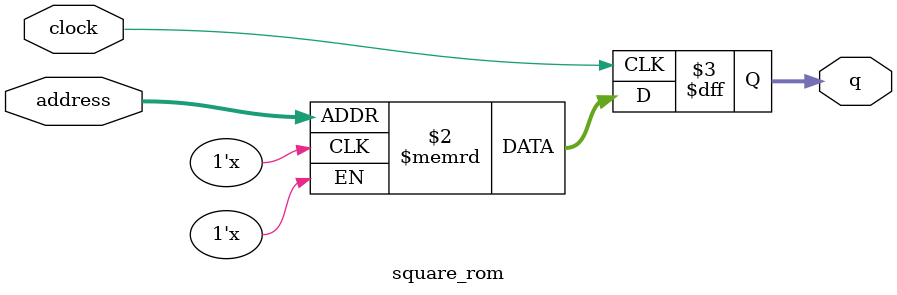
<source format=sv>
module square_rom (
	input logic clock,
	input logic [14:0] address,
	output logic [3:0] q
);

logic [3:0] memory [0:19999] /* synthesis ram_init_file = "./square/square.COE" */;

always_ff @ (posedge clock) begin
	q <= memory[address];
end

endmodule

</source>
